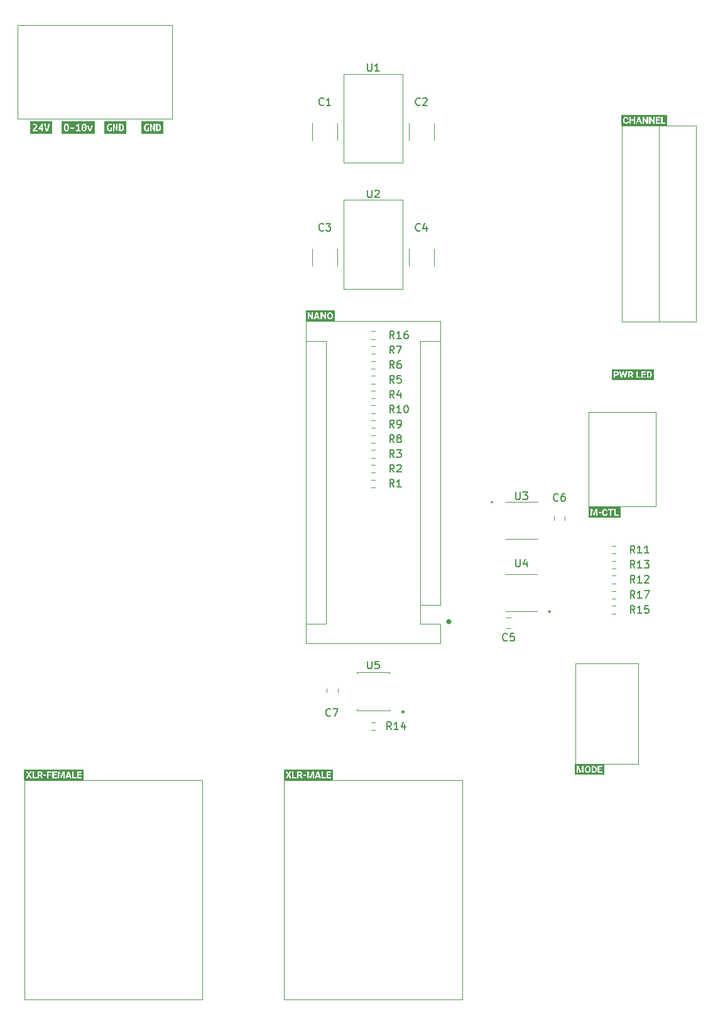
<source format=gbr>
%TF.GenerationSoftware,KiCad,Pcbnew,(6.0.4-0)*%
%TF.CreationDate,2023-05-19T08:53:28+01:00*%
%TF.ProjectId,fan-controller-pcb,66616e2d-636f-46e7-9472-6f6c6c65722d,rev?*%
%TF.SameCoordinates,Original*%
%TF.FileFunction,Legend,Top*%
%TF.FilePolarity,Positive*%
%FSLAX46Y46*%
G04 Gerber Fmt 4.6, Leading zero omitted, Abs format (unit mm)*
G04 Created by KiCad (PCBNEW (6.0.4-0)) date 2023-05-19 08:53:28*
%MOMM*%
%LPD*%
G01*
G04 APERTURE LIST*
%ADD10C,0.370156*%
%ADD11C,0.150000*%
%ADD12C,0.120000*%
%ADD13C,0.100000*%
%ADD14C,0.180000*%
%ADD15C,0.260000*%
G04 APERTURE END LIST*
D10*
X130385078Y-106600000D02*
G75*
G03*
X130385078Y-106600000I-185078J0D01*
G01*
D11*
%TO.C,C4*%
X126333333Y-53857142D02*
X126285714Y-53904761D01*
X126142857Y-53952380D01*
X126047619Y-53952380D01*
X125904761Y-53904761D01*
X125809523Y-53809523D01*
X125761904Y-53714285D01*
X125714285Y-53523809D01*
X125714285Y-53380952D01*
X125761904Y-53190476D01*
X125809523Y-53095238D01*
X125904761Y-53000000D01*
X126047619Y-52952380D01*
X126142857Y-52952380D01*
X126285714Y-53000000D01*
X126333333Y-53047619D01*
X127190476Y-53285714D02*
X127190476Y-53952380D01*
X126952380Y-52904761D02*
X126714285Y-53619047D01*
X127333333Y-53619047D01*
%TO.C,R4*%
X122833333Y-76452380D02*
X122500000Y-75976190D01*
X122261904Y-76452380D02*
X122261904Y-75452380D01*
X122642857Y-75452380D01*
X122738095Y-75500000D01*
X122785714Y-75547619D01*
X122833333Y-75642857D01*
X122833333Y-75785714D01*
X122785714Y-75880952D01*
X122738095Y-75928571D01*
X122642857Y-75976190D01*
X122261904Y-75976190D01*
X123690476Y-75785714D02*
X123690476Y-76452380D01*
X123452380Y-75404761D02*
X123214285Y-76119047D01*
X123833333Y-76119047D01*
%TO.C,C1*%
X113333333Y-36932142D02*
X113285714Y-36979761D01*
X113142857Y-37027380D01*
X113047619Y-37027380D01*
X112904761Y-36979761D01*
X112809523Y-36884523D01*
X112761904Y-36789285D01*
X112714285Y-36598809D01*
X112714285Y-36455952D01*
X112761904Y-36265476D01*
X112809523Y-36170238D01*
X112904761Y-36075000D01*
X113047619Y-36027380D01*
X113142857Y-36027380D01*
X113285714Y-36075000D01*
X113333333Y-36122619D01*
X114285714Y-37027380D02*
X113714285Y-37027380D01*
X114000000Y-37027380D02*
X114000000Y-36027380D01*
X113904761Y-36170238D01*
X113809523Y-36265476D01*
X113714285Y-36313095D01*
%TO.C,R2*%
X122833333Y-86452380D02*
X122500000Y-85976190D01*
X122261904Y-86452380D02*
X122261904Y-85452380D01*
X122642857Y-85452380D01*
X122738095Y-85500000D01*
X122785714Y-85547619D01*
X122833333Y-85642857D01*
X122833333Y-85785714D01*
X122785714Y-85880952D01*
X122738095Y-85928571D01*
X122642857Y-85976190D01*
X122261904Y-85976190D01*
X123214285Y-85547619D02*
X123261904Y-85500000D01*
X123357142Y-85452380D01*
X123595238Y-85452380D01*
X123690476Y-85500000D01*
X123738095Y-85547619D01*
X123785714Y-85642857D01*
X123785714Y-85738095D01*
X123738095Y-85880952D01*
X123166666Y-86452380D01*
X123785714Y-86452380D01*
%TO.C,R17*%
X155262142Y-103452380D02*
X154928809Y-102976190D01*
X154690714Y-103452380D02*
X154690714Y-102452380D01*
X155071666Y-102452380D01*
X155166904Y-102500000D01*
X155214523Y-102547619D01*
X155262142Y-102642857D01*
X155262142Y-102785714D01*
X155214523Y-102880952D01*
X155166904Y-102928571D01*
X155071666Y-102976190D01*
X154690714Y-102976190D01*
X156214523Y-103452380D02*
X155643095Y-103452380D01*
X155928809Y-103452380D02*
X155928809Y-102452380D01*
X155833571Y-102595238D01*
X155738333Y-102690476D01*
X155643095Y-102738095D01*
X156547857Y-102452380D02*
X157214523Y-102452380D01*
X156785952Y-103452380D01*
%TO.C,U1*%
X119238095Y-31402380D02*
X119238095Y-32211904D01*
X119285714Y-32307142D01*
X119333333Y-32354761D01*
X119428571Y-32402380D01*
X119619047Y-32402380D01*
X119714285Y-32354761D01*
X119761904Y-32307142D01*
X119809523Y-32211904D01*
X119809523Y-31402380D01*
X120809523Y-32402380D02*
X120238095Y-32402380D01*
X120523809Y-32402380D02*
X120523809Y-31402380D01*
X120428571Y-31545238D01*
X120333333Y-31640476D01*
X120238095Y-31688095D01*
%TO.C,R11*%
X155262142Y-97377380D02*
X154928809Y-96901190D01*
X154690714Y-97377380D02*
X154690714Y-96377380D01*
X155071666Y-96377380D01*
X155166904Y-96425000D01*
X155214523Y-96472619D01*
X155262142Y-96567857D01*
X155262142Y-96710714D01*
X155214523Y-96805952D01*
X155166904Y-96853571D01*
X155071666Y-96901190D01*
X154690714Y-96901190D01*
X156214523Y-97377380D02*
X155643095Y-97377380D01*
X155928809Y-97377380D02*
X155928809Y-96377380D01*
X155833571Y-96520238D01*
X155738333Y-96615476D01*
X155643095Y-96663095D01*
X157166904Y-97377380D02*
X156595476Y-97377380D01*
X156881190Y-97377380D02*
X156881190Y-96377380D01*
X156785952Y-96520238D01*
X156690714Y-96615476D01*
X156595476Y-96663095D01*
%TO.C,C3*%
X113333333Y-53857142D02*
X113285714Y-53904761D01*
X113142857Y-53952380D01*
X113047619Y-53952380D01*
X112904761Y-53904761D01*
X112809523Y-53809523D01*
X112761904Y-53714285D01*
X112714285Y-53523809D01*
X112714285Y-53380952D01*
X112761904Y-53190476D01*
X112809523Y-53095238D01*
X112904761Y-53000000D01*
X113047619Y-52952380D01*
X113142857Y-52952380D01*
X113285714Y-53000000D01*
X113333333Y-53047619D01*
X113666666Y-52952380D02*
X114285714Y-52952380D01*
X113952380Y-53333333D01*
X114095238Y-53333333D01*
X114190476Y-53380952D01*
X114238095Y-53428571D01*
X114285714Y-53523809D01*
X114285714Y-53761904D01*
X114238095Y-53857142D01*
X114190476Y-53904761D01*
X114095238Y-53952380D01*
X113809523Y-53952380D01*
X113714285Y-53904761D01*
X113666666Y-53857142D01*
%TO.C,R3*%
X122833333Y-84452380D02*
X122500000Y-83976190D01*
X122261904Y-84452380D02*
X122261904Y-83452380D01*
X122642857Y-83452380D01*
X122738095Y-83500000D01*
X122785714Y-83547619D01*
X122833333Y-83642857D01*
X122833333Y-83785714D01*
X122785714Y-83880952D01*
X122738095Y-83928571D01*
X122642857Y-83976190D01*
X122261904Y-83976190D01*
X123166666Y-83452380D02*
X123785714Y-83452380D01*
X123452380Y-83833333D01*
X123595238Y-83833333D01*
X123690476Y-83880952D01*
X123738095Y-83928571D01*
X123785714Y-84023809D01*
X123785714Y-84261904D01*
X123738095Y-84357142D01*
X123690476Y-84404761D01*
X123595238Y-84452380D01*
X123309523Y-84452380D01*
X123214285Y-84404761D01*
X123166666Y-84357142D01*
%TO.C,R5*%
X122833333Y-74452380D02*
X122500000Y-73976190D01*
X122261904Y-74452380D02*
X122261904Y-73452380D01*
X122642857Y-73452380D01*
X122738095Y-73500000D01*
X122785714Y-73547619D01*
X122833333Y-73642857D01*
X122833333Y-73785714D01*
X122785714Y-73880952D01*
X122738095Y-73928571D01*
X122642857Y-73976190D01*
X122261904Y-73976190D01*
X123738095Y-73452380D02*
X123261904Y-73452380D01*
X123214285Y-73928571D01*
X123261904Y-73880952D01*
X123357142Y-73833333D01*
X123595238Y-73833333D01*
X123690476Y-73880952D01*
X123738095Y-73928571D01*
X123785714Y-74023809D01*
X123785714Y-74261904D01*
X123738095Y-74357142D01*
X123690476Y-74404761D01*
X123595238Y-74452380D01*
X123357142Y-74452380D01*
X123261904Y-74404761D01*
X123214285Y-74357142D01*
%TO.C,R8*%
X122833333Y-82452380D02*
X122500000Y-81976190D01*
X122261904Y-82452380D02*
X122261904Y-81452380D01*
X122642857Y-81452380D01*
X122738095Y-81500000D01*
X122785714Y-81547619D01*
X122833333Y-81642857D01*
X122833333Y-81785714D01*
X122785714Y-81880952D01*
X122738095Y-81928571D01*
X122642857Y-81976190D01*
X122261904Y-81976190D01*
X123404761Y-81880952D02*
X123309523Y-81833333D01*
X123261904Y-81785714D01*
X123214285Y-81690476D01*
X123214285Y-81642857D01*
X123261904Y-81547619D01*
X123309523Y-81500000D01*
X123404761Y-81452380D01*
X123595238Y-81452380D01*
X123690476Y-81500000D01*
X123738095Y-81547619D01*
X123785714Y-81642857D01*
X123785714Y-81690476D01*
X123738095Y-81785714D01*
X123690476Y-81833333D01*
X123595238Y-81880952D01*
X123404761Y-81880952D01*
X123309523Y-81928571D01*
X123261904Y-81976190D01*
X123214285Y-82071428D01*
X123214285Y-82261904D01*
X123261904Y-82357142D01*
X123309523Y-82404761D01*
X123404761Y-82452380D01*
X123595238Y-82452380D01*
X123690476Y-82404761D01*
X123738095Y-82357142D01*
X123785714Y-82261904D01*
X123785714Y-82071428D01*
X123738095Y-81976190D01*
X123690476Y-81928571D01*
X123595238Y-81880952D01*
%TO.C,U4*%
X139238095Y-98202380D02*
X139238095Y-99011904D01*
X139285714Y-99107142D01*
X139333333Y-99154761D01*
X139428571Y-99202380D01*
X139619047Y-99202380D01*
X139714285Y-99154761D01*
X139761904Y-99107142D01*
X139809523Y-99011904D01*
X139809523Y-98202380D01*
X140714285Y-98535714D02*
X140714285Y-99202380D01*
X140476190Y-98154761D02*
X140238095Y-98869047D01*
X140857142Y-98869047D01*
%TO.C,C2*%
X126333333Y-36932142D02*
X126285714Y-36979761D01*
X126142857Y-37027380D01*
X126047619Y-37027380D01*
X125904761Y-36979761D01*
X125809523Y-36884523D01*
X125761904Y-36789285D01*
X125714285Y-36598809D01*
X125714285Y-36455952D01*
X125761904Y-36265476D01*
X125809523Y-36170238D01*
X125904761Y-36075000D01*
X126047619Y-36027380D01*
X126142857Y-36027380D01*
X126285714Y-36075000D01*
X126333333Y-36122619D01*
X126714285Y-36122619D02*
X126761904Y-36075000D01*
X126857142Y-36027380D01*
X127095238Y-36027380D01*
X127190476Y-36075000D01*
X127238095Y-36122619D01*
X127285714Y-36217857D01*
X127285714Y-36313095D01*
X127238095Y-36455952D01*
X126666666Y-37027380D01*
X127285714Y-37027380D01*
%TO.C,R15*%
X155262142Y-105452380D02*
X154928809Y-104976190D01*
X154690714Y-105452380D02*
X154690714Y-104452380D01*
X155071666Y-104452380D01*
X155166904Y-104500000D01*
X155214523Y-104547619D01*
X155262142Y-104642857D01*
X155262142Y-104785714D01*
X155214523Y-104880952D01*
X155166904Y-104928571D01*
X155071666Y-104976190D01*
X154690714Y-104976190D01*
X156214523Y-105452380D02*
X155643095Y-105452380D01*
X155928809Y-105452380D02*
X155928809Y-104452380D01*
X155833571Y-104595238D01*
X155738333Y-104690476D01*
X155643095Y-104738095D01*
X157119285Y-104452380D02*
X156643095Y-104452380D01*
X156595476Y-104928571D01*
X156643095Y-104880952D01*
X156738333Y-104833333D01*
X156976428Y-104833333D01*
X157071666Y-104880952D01*
X157119285Y-104928571D01*
X157166904Y-105023809D01*
X157166904Y-105261904D01*
X157119285Y-105357142D01*
X157071666Y-105404761D01*
X156976428Y-105452380D01*
X156738333Y-105452380D01*
X156643095Y-105404761D01*
X156595476Y-105357142D01*
%TO.C,U2*%
X119238095Y-48452380D02*
X119238095Y-49261904D01*
X119285714Y-49357142D01*
X119333333Y-49404761D01*
X119428571Y-49452380D01*
X119619047Y-49452380D01*
X119714285Y-49404761D01*
X119761904Y-49357142D01*
X119809523Y-49261904D01*
X119809523Y-48452380D01*
X120238095Y-48547619D02*
X120285714Y-48500000D01*
X120380952Y-48452380D01*
X120619047Y-48452380D01*
X120714285Y-48500000D01*
X120761904Y-48547619D01*
X120809523Y-48642857D01*
X120809523Y-48738095D01*
X120761904Y-48880952D01*
X120190476Y-49452380D01*
X120809523Y-49452380D01*
%TO.C,C5*%
X138083333Y-109107142D02*
X138035714Y-109154761D01*
X137892857Y-109202380D01*
X137797619Y-109202380D01*
X137654761Y-109154761D01*
X137559523Y-109059523D01*
X137511904Y-108964285D01*
X137464285Y-108773809D01*
X137464285Y-108630952D01*
X137511904Y-108440476D01*
X137559523Y-108345238D01*
X137654761Y-108250000D01*
X137797619Y-108202380D01*
X137892857Y-108202380D01*
X138035714Y-108250000D01*
X138083333Y-108297619D01*
X138988095Y-108202380D02*
X138511904Y-108202380D01*
X138464285Y-108678571D01*
X138511904Y-108630952D01*
X138607142Y-108583333D01*
X138845238Y-108583333D01*
X138940476Y-108630952D01*
X138988095Y-108678571D01*
X139035714Y-108773809D01*
X139035714Y-109011904D01*
X138988095Y-109107142D01*
X138940476Y-109154761D01*
X138845238Y-109202380D01*
X138607142Y-109202380D01*
X138511904Y-109154761D01*
X138464285Y-109107142D01*
%TO.C,R13*%
X155262142Y-99377380D02*
X154928809Y-98901190D01*
X154690714Y-99377380D02*
X154690714Y-98377380D01*
X155071666Y-98377380D01*
X155166904Y-98425000D01*
X155214523Y-98472619D01*
X155262142Y-98567857D01*
X155262142Y-98710714D01*
X155214523Y-98805952D01*
X155166904Y-98853571D01*
X155071666Y-98901190D01*
X154690714Y-98901190D01*
X156214523Y-99377380D02*
X155643095Y-99377380D01*
X155928809Y-99377380D02*
X155928809Y-98377380D01*
X155833571Y-98520238D01*
X155738333Y-98615476D01*
X155643095Y-98663095D01*
X156547857Y-98377380D02*
X157166904Y-98377380D01*
X156833571Y-98758333D01*
X156976428Y-98758333D01*
X157071666Y-98805952D01*
X157119285Y-98853571D01*
X157166904Y-98948809D01*
X157166904Y-99186904D01*
X157119285Y-99282142D01*
X157071666Y-99329761D01*
X156976428Y-99377380D01*
X156690714Y-99377380D01*
X156595476Y-99329761D01*
X156547857Y-99282142D01*
%TO.C,R7*%
X122833333Y-70452380D02*
X122500000Y-69976190D01*
X122261904Y-70452380D02*
X122261904Y-69452380D01*
X122642857Y-69452380D01*
X122738095Y-69500000D01*
X122785714Y-69547619D01*
X122833333Y-69642857D01*
X122833333Y-69785714D01*
X122785714Y-69880952D01*
X122738095Y-69928571D01*
X122642857Y-69976190D01*
X122261904Y-69976190D01*
X123166666Y-69452380D02*
X123833333Y-69452380D01*
X123404761Y-70452380D01*
%TO.C,R16*%
X122837142Y-68452380D02*
X122503809Y-67976190D01*
X122265714Y-68452380D02*
X122265714Y-67452380D01*
X122646666Y-67452380D01*
X122741904Y-67500000D01*
X122789523Y-67547619D01*
X122837142Y-67642857D01*
X122837142Y-67785714D01*
X122789523Y-67880952D01*
X122741904Y-67928571D01*
X122646666Y-67976190D01*
X122265714Y-67976190D01*
X123789523Y-68452380D02*
X123218095Y-68452380D01*
X123503809Y-68452380D02*
X123503809Y-67452380D01*
X123408571Y-67595238D01*
X123313333Y-67690476D01*
X123218095Y-67738095D01*
X124646666Y-67452380D02*
X124456190Y-67452380D01*
X124360952Y-67500000D01*
X124313333Y-67547619D01*
X124218095Y-67690476D01*
X124170476Y-67880952D01*
X124170476Y-68261904D01*
X124218095Y-68357142D01*
X124265714Y-68404761D01*
X124360952Y-68452380D01*
X124551428Y-68452380D01*
X124646666Y-68404761D01*
X124694285Y-68357142D01*
X124741904Y-68261904D01*
X124741904Y-68023809D01*
X124694285Y-67928571D01*
X124646666Y-67880952D01*
X124551428Y-67833333D01*
X124360952Y-67833333D01*
X124265714Y-67880952D01*
X124218095Y-67928571D01*
X124170476Y-68023809D01*
%TO.C,C7*%
X114233333Y-119257142D02*
X114185714Y-119304761D01*
X114042857Y-119352380D01*
X113947619Y-119352380D01*
X113804761Y-119304761D01*
X113709523Y-119209523D01*
X113661904Y-119114285D01*
X113614285Y-118923809D01*
X113614285Y-118780952D01*
X113661904Y-118590476D01*
X113709523Y-118495238D01*
X113804761Y-118400000D01*
X113947619Y-118352380D01*
X114042857Y-118352380D01*
X114185714Y-118400000D01*
X114233333Y-118447619D01*
X114566666Y-118352380D02*
X115233333Y-118352380D01*
X114804761Y-119352380D01*
%TO.C,U3*%
X139238095Y-89152380D02*
X139238095Y-89961904D01*
X139285714Y-90057142D01*
X139333333Y-90104761D01*
X139428571Y-90152380D01*
X139619047Y-90152380D01*
X139714285Y-90104761D01*
X139761904Y-90057142D01*
X139809523Y-89961904D01*
X139809523Y-89152380D01*
X140190476Y-89152380D02*
X140809523Y-89152380D01*
X140476190Y-89533333D01*
X140619047Y-89533333D01*
X140714285Y-89580952D01*
X140761904Y-89628571D01*
X140809523Y-89723809D01*
X140809523Y-89961904D01*
X140761904Y-90057142D01*
X140714285Y-90104761D01*
X140619047Y-90152380D01*
X140333333Y-90152380D01*
X140238095Y-90104761D01*
X140190476Y-90057142D01*
%TO.C,C6*%
X144933333Y-90257142D02*
X144885714Y-90304761D01*
X144742857Y-90352380D01*
X144647619Y-90352380D01*
X144504761Y-90304761D01*
X144409523Y-90209523D01*
X144361904Y-90114285D01*
X144314285Y-89923809D01*
X144314285Y-89780952D01*
X144361904Y-89590476D01*
X144409523Y-89495238D01*
X144504761Y-89400000D01*
X144647619Y-89352380D01*
X144742857Y-89352380D01*
X144885714Y-89400000D01*
X144933333Y-89447619D01*
X145790476Y-89352380D02*
X145600000Y-89352380D01*
X145504761Y-89400000D01*
X145457142Y-89447619D01*
X145361904Y-89590476D01*
X145314285Y-89780952D01*
X145314285Y-90161904D01*
X145361904Y-90257142D01*
X145409523Y-90304761D01*
X145504761Y-90352380D01*
X145695238Y-90352380D01*
X145790476Y-90304761D01*
X145838095Y-90257142D01*
X145885714Y-90161904D01*
X145885714Y-89923809D01*
X145838095Y-89828571D01*
X145790476Y-89780952D01*
X145695238Y-89733333D01*
X145504761Y-89733333D01*
X145409523Y-89780952D01*
X145361904Y-89828571D01*
X145314285Y-89923809D01*
%TO.C,R6*%
X122833333Y-72452380D02*
X122500000Y-71976190D01*
X122261904Y-72452380D02*
X122261904Y-71452380D01*
X122642857Y-71452380D01*
X122738095Y-71500000D01*
X122785714Y-71547619D01*
X122833333Y-71642857D01*
X122833333Y-71785714D01*
X122785714Y-71880952D01*
X122738095Y-71928571D01*
X122642857Y-71976190D01*
X122261904Y-71976190D01*
X123690476Y-71452380D02*
X123500000Y-71452380D01*
X123404761Y-71500000D01*
X123357142Y-71547619D01*
X123261904Y-71690476D01*
X123214285Y-71880952D01*
X123214285Y-72261904D01*
X123261904Y-72357142D01*
X123309523Y-72404761D01*
X123404761Y-72452380D01*
X123595238Y-72452380D01*
X123690476Y-72404761D01*
X123738095Y-72357142D01*
X123785714Y-72261904D01*
X123785714Y-72023809D01*
X123738095Y-71928571D01*
X123690476Y-71880952D01*
X123595238Y-71833333D01*
X123404761Y-71833333D01*
X123309523Y-71880952D01*
X123261904Y-71928571D01*
X123214285Y-72023809D01*
%TO.C,R10*%
X122837142Y-78452380D02*
X122503809Y-77976190D01*
X122265714Y-78452380D02*
X122265714Y-77452380D01*
X122646666Y-77452380D01*
X122741904Y-77500000D01*
X122789523Y-77547619D01*
X122837142Y-77642857D01*
X122837142Y-77785714D01*
X122789523Y-77880952D01*
X122741904Y-77928571D01*
X122646666Y-77976190D01*
X122265714Y-77976190D01*
X123789523Y-78452380D02*
X123218095Y-78452380D01*
X123503809Y-78452380D02*
X123503809Y-77452380D01*
X123408571Y-77595238D01*
X123313333Y-77690476D01*
X123218095Y-77738095D01*
X124408571Y-77452380D02*
X124503809Y-77452380D01*
X124599047Y-77500000D01*
X124646666Y-77547619D01*
X124694285Y-77642857D01*
X124741904Y-77833333D01*
X124741904Y-78071428D01*
X124694285Y-78261904D01*
X124646666Y-78357142D01*
X124599047Y-78404761D01*
X124503809Y-78452380D01*
X124408571Y-78452380D01*
X124313333Y-78404761D01*
X124265714Y-78357142D01*
X124218095Y-78261904D01*
X124170476Y-78071428D01*
X124170476Y-77833333D01*
X124218095Y-77642857D01*
X124265714Y-77547619D01*
X124313333Y-77500000D01*
X124408571Y-77452380D01*
%TO.C,R12*%
X155262142Y-101377380D02*
X154928809Y-100901190D01*
X154690714Y-101377380D02*
X154690714Y-100377380D01*
X155071666Y-100377380D01*
X155166904Y-100425000D01*
X155214523Y-100472619D01*
X155262142Y-100567857D01*
X155262142Y-100710714D01*
X155214523Y-100805952D01*
X155166904Y-100853571D01*
X155071666Y-100901190D01*
X154690714Y-100901190D01*
X156214523Y-101377380D02*
X155643095Y-101377380D01*
X155928809Y-101377380D02*
X155928809Y-100377380D01*
X155833571Y-100520238D01*
X155738333Y-100615476D01*
X155643095Y-100663095D01*
X156595476Y-100472619D02*
X156643095Y-100425000D01*
X156738333Y-100377380D01*
X156976428Y-100377380D01*
X157071666Y-100425000D01*
X157119285Y-100472619D01*
X157166904Y-100567857D01*
X157166904Y-100663095D01*
X157119285Y-100805952D01*
X156547857Y-101377380D01*
X157166904Y-101377380D01*
%TO.C,U5*%
X119238095Y-111952380D02*
X119238095Y-112761904D01*
X119285714Y-112857142D01*
X119333333Y-112904761D01*
X119428571Y-112952380D01*
X119619047Y-112952380D01*
X119714285Y-112904761D01*
X119761904Y-112857142D01*
X119809523Y-112761904D01*
X119809523Y-111952380D01*
X120761904Y-111952380D02*
X120285714Y-111952380D01*
X120238095Y-112428571D01*
X120285714Y-112380952D01*
X120380952Y-112333333D01*
X120619047Y-112333333D01*
X120714285Y-112380952D01*
X120761904Y-112428571D01*
X120809523Y-112523809D01*
X120809523Y-112761904D01*
X120761904Y-112857142D01*
X120714285Y-112904761D01*
X120619047Y-112952380D01*
X120380952Y-112952380D01*
X120285714Y-112904761D01*
X120238095Y-112857142D01*
%TO.C,R9*%
X122833333Y-80452380D02*
X122500000Y-79976190D01*
X122261904Y-80452380D02*
X122261904Y-79452380D01*
X122642857Y-79452380D01*
X122738095Y-79500000D01*
X122785714Y-79547619D01*
X122833333Y-79642857D01*
X122833333Y-79785714D01*
X122785714Y-79880952D01*
X122738095Y-79928571D01*
X122642857Y-79976190D01*
X122261904Y-79976190D01*
X123309523Y-80452380D02*
X123500000Y-80452380D01*
X123595238Y-80404761D01*
X123642857Y-80357142D01*
X123738095Y-80214285D01*
X123785714Y-80023809D01*
X123785714Y-79642857D01*
X123738095Y-79547619D01*
X123690476Y-79500000D01*
X123595238Y-79452380D01*
X123404761Y-79452380D01*
X123309523Y-79500000D01*
X123261904Y-79547619D01*
X123214285Y-79642857D01*
X123214285Y-79880952D01*
X123261904Y-79976190D01*
X123309523Y-80023809D01*
X123404761Y-80071428D01*
X123595238Y-80071428D01*
X123690476Y-80023809D01*
X123738095Y-79976190D01*
X123785714Y-79880952D01*
%TO.C,R1*%
X122833333Y-88452380D02*
X122500000Y-87976190D01*
X122261904Y-88452380D02*
X122261904Y-87452380D01*
X122642857Y-87452380D01*
X122738095Y-87500000D01*
X122785714Y-87547619D01*
X122833333Y-87642857D01*
X122833333Y-87785714D01*
X122785714Y-87880952D01*
X122738095Y-87928571D01*
X122642857Y-87976190D01*
X122261904Y-87976190D01*
X123785714Y-88452380D02*
X123214285Y-88452380D01*
X123500000Y-88452380D02*
X123500000Y-87452380D01*
X123404761Y-87595238D01*
X123309523Y-87690476D01*
X123214285Y-87738095D01*
%TO.C,R14*%
X122457142Y-121152380D02*
X122123809Y-120676190D01*
X121885714Y-121152380D02*
X121885714Y-120152380D01*
X122266666Y-120152380D01*
X122361904Y-120200000D01*
X122409523Y-120247619D01*
X122457142Y-120342857D01*
X122457142Y-120485714D01*
X122409523Y-120580952D01*
X122361904Y-120628571D01*
X122266666Y-120676190D01*
X121885714Y-120676190D01*
X123409523Y-121152380D02*
X122838095Y-121152380D01*
X123123809Y-121152380D02*
X123123809Y-120152380D01*
X123028571Y-120295238D01*
X122933333Y-120390476D01*
X122838095Y-120438095D01*
X124266666Y-120485714D02*
X124266666Y-121152380D01*
X124028571Y-120104761D02*
X123790476Y-120819047D01*
X124409523Y-120819047D01*
D12*
%TO.C,C4*%
X124790000Y-58661252D02*
X124790000Y-56338748D01*
X128210000Y-58661252D02*
X128210000Y-56338748D01*
%TO.C,R4*%
X119762742Y-76522500D02*
X120237258Y-76522500D01*
X119762742Y-75477500D02*
X120237258Y-75477500D01*
%TO.C,C1*%
X115210000Y-41736252D02*
X115210000Y-39413748D01*
X111790000Y-41736252D02*
X111790000Y-39413748D01*
D13*
%TO.C,J2*%
X108000000Y-128000000D02*
X108000000Y-131000000D01*
X132000000Y-157500000D02*
X132000000Y-128000000D01*
X132000000Y-128000000D02*
X108000000Y-128000000D01*
X108000000Y-157500000D02*
X108000000Y-131000000D01*
X132000000Y-157500000D02*
X108000000Y-157500000D01*
%TO.C,kibuzzard-640DCC82*%
G36*
X114268713Y-65083390D02*
G01*
X114330415Y-65138735D01*
X114358665Y-65195511D01*
X114375615Y-65267444D01*
X114381265Y-65354536D01*
X114381265Y-65398564D01*
X114375339Y-65484933D01*
X114358389Y-65556350D01*
X114330415Y-65612815D01*
X114269333Y-65667928D01*
X114186548Y-65686299D01*
X114102212Y-65667230D01*
X114040200Y-65610024D01*
X114011950Y-65552285D01*
X113995001Y-65480764D01*
X113989351Y-65395464D01*
X113989351Y-65351436D01*
X113995345Y-65265136D01*
X114012502Y-65193926D01*
X114040820Y-65137805D01*
X114102367Y-65083157D01*
X114185308Y-65064941D01*
X114268713Y-65083390D01*
G37*
G36*
X110915636Y-64646569D02*
G01*
X114834364Y-64646569D01*
X114834364Y-66103431D01*
X110915636Y-66103431D01*
X110915636Y-65826445D01*
X111180220Y-65826445D01*
X111366255Y-65826445D01*
X111366255Y-65232373D01*
X111728403Y-65826445D01*
X111914438Y-65826445D01*
X112000635Y-65826445D01*
X112198452Y-65826445D01*
X112260464Y-65640410D01*
X112586646Y-65640410D01*
X112649277Y-65826445D01*
X112847095Y-65826445D01*
X112931431Y-65826445D01*
X113117466Y-65826445D01*
X113117466Y-65232373D01*
X113479614Y-65826445D01*
X113665649Y-65826445D01*
X113665649Y-65400425D01*
X113800835Y-65400425D01*
X113806554Y-65483899D01*
X113822884Y-65560691D01*
X113849824Y-65630798D01*
X113886480Y-65692431D01*
X113931955Y-65743797D01*
X113986250Y-65784897D01*
X114047642Y-65814870D01*
X114114408Y-65832853D01*
X114186548Y-65838848D01*
X114259343Y-65832784D01*
X114326419Y-65814594D01*
X114387776Y-65784277D01*
X114441761Y-65742798D01*
X114486719Y-65691122D01*
X114522651Y-65629248D01*
X114548834Y-65558624D01*
X114564544Y-65480696D01*
X114569780Y-65395464D01*
X114569780Y-65355156D01*
X114564440Y-65270166D01*
X114548421Y-65192134D01*
X114521721Y-65121062D01*
X114485272Y-65058706D01*
X114440004Y-65006823D01*
X114385916Y-64965413D01*
X114324627Y-64935268D01*
X114257758Y-64917181D01*
X114185308Y-64911152D01*
X114112857Y-64917181D01*
X114045988Y-64935268D01*
X113984700Y-64965413D01*
X113930612Y-65006823D01*
X113885343Y-65058706D01*
X113848894Y-65121062D01*
X113822195Y-65192203D01*
X113806175Y-65270441D01*
X113800835Y-65355776D01*
X113800835Y-65400425D01*
X113665649Y-65400425D01*
X113665649Y-64923555D01*
X113480234Y-64923555D01*
X113480234Y-65518867D01*
X113117466Y-64923555D01*
X112931431Y-64923555D01*
X112931431Y-65826445D01*
X112847095Y-65826445D01*
X112509131Y-64923555D01*
X112336738Y-64923555D01*
X112000635Y-65826445D01*
X111914438Y-65826445D01*
X111914438Y-64923555D01*
X111729023Y-64923555D01*
X111729023Y-65518867D01*
X111366255Y-64923555D01*
X111180220Y-64923555D01*
X111180220Y-65826445D01*
X110915636Y-65826445D01*
X110915636Y-64646569D01*
G37*
G36*
X112536416Y-65489722D02*
G01*
X112310693Y-65489722D01*
X112422935Y-65151758D01*
X112536416Y-65489722D01*
G37*
D12*
%TO.C,R2*%
X119762742Y-85477500D02*
X120237258Y-85477500D01*
X119762742Y-86522500D02*
X120237258Y-86522500D01*
%TO.C,SW1*%
X147250000Y-125750000D02*
X147250000Y-119000000D01*
X155750000Y-112250000D02*
X155750000Y-125750000D01*
X155750000Y-112250000D02*
X147250000Y-112250000D01*
X155750000Y-125750000D02*
X147250000Y-125750000D01*
X147250000Y-112250000D02*
X147250000Y-119000000D01*
%TO.C,R17*%
X152187742Y-102477500D02*
X152662258Y-102477500D01*
X152187742Y-103522500D02*
X152662258Y-103522500D01*
%TO.C,kibuzzard-640DCC52*%
G36*
X154756216Y-73008390D02*
G01*
X154802183Y-73035830D01*
X154829390Y-73079238D01*
X154838459Y-73136289D01*
X154828848Y-73192177D01*
X154800012Y-73234578D01*
X154753658Y-73261320D01*
X154691492Y-73270234D01*
X154541423Y-73270234D01*
X154541423Y-72999243D01*
X154690872Y-72999243D01*
X154756216Y-73008390D01*
G37*
G36*
X157258622Y-73016994D02*
G01*
X157328850Y-73070247D01*
X157360545Y-73124989D01*
X157379562Y-73194546D01*
X157385901Y-73278916D01*
X157385901Y-73326665D01*
X157378804Y-73408314D01*
X157359167Y-73476320D01*
X157326990Y-73530684D01*
X157256451Y-73584169D01*
X157160178Y-73601997D01*
X157070261Y-73601997D01*
X157070261Y-72999243D01*
X157162039Y-72999243D01*
X157258622Y-73016994D01*
G37*
G36*
X152161000Y-72583971D02*
G01*
X157839000Y-72583971D01*
X157839000Y-74016029D01*
X152161000Y-74016029D01*
X152161000Y-73751445D01*
X152425583Y-73751445D01*
X152611619Y-73751445D01*
X152611619Y-73433325D01*
X152774709Y-73433325D01*
X152874032Y-73424816D01*
X152957851Y-73399288D01*
X153026167Y-73356741D01*
X153076638Y-73299449D01*
X153106920Y-73229686D01*
X153117014Y-73147451D01*
X153106627Y-73064743D01*
X153075466Y-72991492D01*
X153025004Y-72930798D01*
X152956714Y-72885762D01*
X152873386Y-72857856D01*
X152777810Y-72848555D01*
X153185847Y-72848555D01*
X153386145Y-73751445D01*
X153573420Y-73751445D01*
X153720388Y-73147451D01*
X153867356Y-73751445D01*
X154054631Y-73751445D01*
X154355388Y-73751445D01*
X154541423Y-73751445D01*
X154541423Y-73420923D01*
X154689631Y-73420923D01*
X154858923Y-73751445D01*
X155058601Y-73751445D01*
X155482141Y-73751445D01*
X156063191Y-73751445D01*
X156169851Y-73751445D01*
X156775085Y-73751445D01*
X156884226Y-73751445D01*
X157163899Y-73751445D01*
X157240173Y-73745106D01*
X157311073Y-73726916D01*
X157376599Y-73696875D01*
X157434718Y-73656016D01*
X157483397Y-73605373D01*
X157522637Y-73544946D01*
X157551403Y-73476527D01*
X157568663Y-73401906D01*
X157574417Y-73321084D01*
X157574417Y-73279536D01*
X157568560Y-73198611D01*
X157550990Y-73123680D01*
X157521707Y-73054744D01*
X157481985Y-72993834D01*
X157433099Y-72942985D01*
X157375049Y-72902195D01*
X157309626Y-72872395D01*
X157238623Y-72854515D01*
X157162039Y-72848555D01*
X156884226Y-72848555D01*
X156884226Y-73751445D01*
X156775085Y-73751445D01*
X156775085Y-73601997D01*
X156355886Y-73601997D01*
X156355886Y-73360151D01*
X156713074Y-73360151D01*
X156713074Y-73214424D01*
X156355886Y-73214424D01*
X156355886Y-72999243D01*
X156773845Y-72999243D01*
X156773845Y-72848555D01*
X156169851Y-72848555D01*
X156169851Y-73751445D01*
X156063191Y-73751445D01*
X156063191Y-73601997D01*
X155668176Y-73601997D01*
X155668176Y-72848555D01*
X155482141Y-72848555D01*
X155482141Y-73751445D01*
X155058601Y-73751445D01*
X155058601Y-73742764D01*
X154863264Y-73373794D01*
X154934190Y-73330928D01*
X154984497Y-73275505D01*
X155014495Y-73206130D01*
X155024495Y-73121406D01*
X155014848Y-73041136D01*
X154985910Y-72973956D01*
X154937678Y-72919868D01*
X154871670Y-72880250D01*
X154789401Y-72856478D01*
X154690872Y-72848555D01*
X154355388Y-72848555D01*
X154355388Y-73751445D01*
X154054631Y-73751445D01*
X154254929Y-72848555D01*
X154069514Y-72848555D01*
X153947971Y-73490996D01*
X153799763Y-72848555D01*
X153642253Y-72848555D01*
X153493425Y-73489756D01*
X153371262Y-72848555D01*
X153185847Y-72848555D01*
X152777810Y-72848555D01*
X152425583Y-72848555D01*
X152425583Y-73751445D01*
X152161000Y-73751445D01*
X152161000Y-72583971D01*
G37*
G36*
X152843542Y-73010405D02*
G01*
X152890051Y-73041411D01*
X152919352Y-73088695D01*
X152929119Y-73148691D01*
X152919429Y-73205742D01*
X152890361Y-73247910D01*
X152842845Y-73273955D01*
X152777810Y-73282637D01*
X152611619Y-73282637D01*
X152611619Y-72999243D01*
X152782151Y-72999243D01*
X152843542Y-73010405D01*
G37*
%TO.C,U1*%
X124000000Y-32800000D02*
X124000000Y-44800000D01*
X116000000Y-32800000D02*
X116000000Y-33550000D01*
X124000000Y-32800000D02*
X116000000Y-32800000D01*
X124000000Y-44800000D02*
X116000000Y-44800000D01*
X116000000Y-33550000D02*
X116000000Y-44800000D01*
%TO.C,kibuzzard-640DCC68*%
G36*
X112649180Y-127374722D02*
G01*
X112423457Y-127374722D01*
X112535698Y-127036758D01*
X112649180Y-127374722D01*
G37*
G36*
X107948278Y-126543971D02*
G01*
X114601722Y-126543971D01*
X114601722Y-127976029D01*
X107948278Y-127976029D01*
X107948278Y-127711445D01*
X108212861Y-127711445D01*
X108429282Y-127711445D01*
X108602915Y-127395186D01*
X108776548Y-127711445D01*
X108992969Y-127711445D01*
X109086606Y-127711445D01*
X109667656Y-127711445D01*
X109774316Y-127711445D01*
X109960352Y-127711445D01*
X109960352Y-127380923D01*
X110108560Y-127380923D01*
X110277852Y-127711445D01*
X110477529Y-127711445D01*
X111077183Y-127711445D01*
X111263218Y-127711445D01*
X111263218Y-127464639D01*
X111244614Y-127039238D01*
X111487700Y-127711445D01*
X111615444Y-127711445D01*
X111859150Y-127038618D01*
X111840547Y-127464639D01*
X111840547Y-127711445D01*
X112027202Y-127711445D01*
X112113398Y-127711445D01*
X112311216Y-127711445D01*
X112373228Y-127525410D01*
X112699409Y-127525410D01*
X112762041Y-127711445D01*
X112959858Y-127711445D01*
X113044194Y-127711445D01*
X113625244Y-127711445D01*
X113731904Y-127711445D01*
X114337139Y-127711445D01*
X114337139Y-127561997D01*
X113917939Y-127561997D01*
X113917939Y-127320151D01*
X114275127Y-127320151D01*
X114275127Y-127174424D01*
X113917939Y-127174424D01*
X113917939Y-126959243D01*
X114335898Y-126959243D01*
X114335898Y-126808555D01*
X113731904Y-126808555D01*
X113731904Y-127711445D01*
X113625244Y-127711445D01*
X113625244Y-127561997D01*
X113230229Y-127561997D01*
X113230229Y-126808555D01*
X113044194Y-126808555D01*
X113044194Y-127711445D01*
X112959858Y-127711445D01*
X112621895Y-126808555D01*
X112449502Y-126808555D01*
X112113398Y-127711445D01*
X112027202Y-127711445D01*
X112027202Y-126808555D01*
X111782876Y-126808555D01*
X111552192Y-127463398D01*
X111320269Y-126808555D01*
X111077183Y-126808555D01*
X111077183Y-127711445D01*
X110477529Y-127711445D01*
X110477529Y-127702764D01*
X110315678Y-127397046D01*
X110572407Y-127397046D01*
X110921533Y-127397046D01*
X110921533Y-127252559D01*
X110572407Y-127252559D01*
X110572407Y-127397046D01*
X110315678Y-127397046D01*
X110282192Y-127333794D01*
X110353118Y-127290928D01*
X110403425Y-127235505D01*
X110433423Y-127166130D01*
X110443423Y-127081406D01*
X110433777Y-127001136D01*
X110404838Y-126933956D01*
X110356606Y-126879868D01*
X110290598Y-126840250D01*
X110208330Y-126816478D01*
X110109800Y-126808555D01*
X109774316Y-126808555D01*
X109774316Y-127711445D01*
X109667656Y-127711445D01*
X109667656Y-127561997D01*
X109272642Y-127561997D01*
X109272642Y-126808555D01*
X109086606Y-126808555D01*
X109086606Y-127711445D01*
X108992969Y-127711445D01*
X108723218Y-127256279D01*
X108986147Y-126808555D01*
X108772207Y-126808555D01*
X108602915Y-127119854D01*
X108433623Y-126808555D01*
X108219683Y-126808555D01*
X108482612Y-127256279D01*
X108212861Y-127711445D01*
X107948278Y-127711445D01*
X107948278Y-126543971D01*
G37*
G36*
X110175145Y-126968390D02*
G01*
X110221111Y-126995830D01*
X110248318Y-127039238D01*
X110257388Y-127096289D01*
X110247776Y-127152177D01*
X110218940Y-127194578D01*
X110172587Y-127221320D01*
X110110420Y-127230234D01*
X109960352Y-127230234D01*
X109960352Y-126959243D01*
X110109800Y-126959243D01*
X110175145Y-126968390D01*
G37*
%TO.C,A1*%
X129020000Y-109560000D02*
X129020000Y-106890000D01*
X113650000Y-106890000D02*
X113650000Y-68790000D01*
X113650000Y-106890000D02*
X110980000Y-106890000D01*
X113650000Y-68790000D02*
X110980000Y-68790000D01*
X110980000Y-66120000D02*
X110980000Y-109560000D01*
X129020000Y-66120000D02*
X110980000Y-66120000D01*
X126350000Y-104350000D02*
X126350000Y-68790000D01*
X129020000Y-104350000D02*
X129020000Y-66120000D01*
X126350000Y-68790000D02*
X129020000Y-68790000D01*
X126350000Y-104350000D02*
X126350000Y-106890000D01*
X126350000Y-104350000D02*
X129020000Y-104350000D01*
X110980000Y-109560000D02*
X129020000Y-109560000D01*
X126350000Y-106890000D02*
X129020000Y-106890000D01*
%TO.C,R11*%
X152187742Y-96402500D02*
X152662258Y-96402500D01*
X152187742Y-97447500D02*
X152662258Y-97447500D01*
%TO.C,kibuzzard-63FA7528*%
G36*
X81037081Y-40344487D02*
G01*
X80966834Y-40322461D01*
X80914844Y-40256381D01*
X80891031Y-40188560D01*
X80876744Y-40102570D01*
X80871981Y-39998412D01*
X80872713Y-39982537D01*
X80949769Y-39982537D01*
X80973581Y-40056356D01*
X81038669Y-40087312D01*
X81101375Y-40056356D01*
X81125981Y-39982537D01*
X81101375Y-39907925D01*
X81038669Y-39876175D01*
X80973581Y-39907925D01*
X80949769Y-39982537D01*
X80872713Y-39982537D01*
X80876744Y-39895137D01*
X80891031Y-39809676D01*
X80914844Y-39742031D01*
X80966834Y-39675952D01*
X81037081Y-39653925D01*
X81108320Y-39675952D01*
X81160113Y-39742031D01*
X81183484Y-39809676D01*
X81197507Y-39895137D01*
X81202181Y-39998412D01*
X81197507Y-40102570D01*
X81183484Y-40188560D01*
X81160113Y-40256381D01*
X81108320Y-40322461D01*
X81038669Y-40343997D01*
X81037081Y-40344487D01*
G37*
G36*
X78655831Y-40344487D02*
G01*
X78585584Y-40322461D01*
X78533594Y-40256381D01*
X78509781Y-40188560D01*
X78495494Y-40102570D01*
X78490731Y-39998412D01*
X78491463Y-39982537D01*
X78568519Y-39982537D01*
X78592331Y-40056356D01*
X78657419Y-40087312D01*
X78720125Y-40056356D01*
X78744731Y-39982537D01*
X78720125Y-39907925D01*
X78657419Y-39876175D01*
X78592331Y-39907925D01*
X78568519Y-39982537D01*
X78491463Y-39982537D01*
X78495494Y-39895137D01*
X78509781Y-39809676D01*
X78533594Y-39742031D01*
X78585584Y-39675952D01*
X78655831Y-39653925D01*
X78727070Y-39675952D01*
X78778862Y-39742031D01*
X78802234Y-39809676D01*
X78816257Y-39895137D01*
X78820931Y-39998412D01*
X78816257Y-40102570D01*
X78802234Y-40188560D01*
X78778862Y-40256381D01*
X78727070Y-40322461D01*
X78657419Y-40343997D01*
X78655831Y-40344487D01*
G37*
G36*
X77983790Y-39156508D02*
G01*
X82536210Y-39156508D01*
X82536210Y-40843492D01*
X77983790Y-40843492D01*
X77983790Y-39998412D01*
X78314519Y-39998412D01*
X78319976Y-40120253D01*
X78336347Y-40225425D01*
X78363632Y-40313928D01*
X78401831Y-40385762D01*
X78468859Y-40456318D01*
X78553526Y-40498651D01*
X78655831Y-40512762D01*
X78758137Y-40498651D01*
X78842803Y-40456318D01*
X78909831Y-40385762D01*
X78948030Y-40313928D01*
X78975316Y-40225425D01*
X78982235Y-40180975D01*
X79232094Y-40180975D01*
X79667069Y-40180975D01*
X79667069Y-39988887D01*
X79232094Y-39988887D01*
X79232094Y-40180975D01*
X78982235Y-40180975D01*
X78991687Y-40120253D01*
X78997144Y-39998412D01*
X78991687Y-39877316D01*
X78975316Y-39772789D01*
X78957156Y-39714250D01*
X79922656Y-39714250D01*
X79986156Y-39876175D01*
X80082994Y-39837281D01*
X80184594Y-39780925D01*
X80184594Y-40330200D01*
X79978219Y-40330200D01*
X79978219Y-40492125D01*
X80575119Y-40492125D01*
X80575119Y-40330200D01*
X80379856Y-40330200D01*
X80379856Y-39998412D01*
X80695769Y-39998412D01*
X80701226Y-40120253D01*
X80717597Y-40225425D01*
X80744882Y-40313928D01*
X80783081Y-40385762D01*
X80850109Y-40456318D01*
X80934776Y-40498651D01*
X81037081Y-40512762D01*
X81139387Y-40498651D01*
X81224053Y-40456318D01*
X81291081Y-40385762D01*
X81329280Y-40313928D01*
X81356566Y-40225425D01*
X81372937Y-40120253D01*
X81378394Y-39998412D01*
X81372937Y-39877316D01*
X81356566Y-39772789D01*
X81348256Y-39746000D01*
X81456181Y-39746000D01*
X81489965Y-39856480D01*
X81524642Y-39962495D01*
X81560212Y-40064046D01*
X81596675Y-40161131D01*
X81645623Y-40282222D01*
X81694042Y-40392553D01*
X81741931Y-40492125D01*
X81905444Y-40492125D01*
X81954127Y-40392553D01*
X82004927Y-40282222D01*
X82057844Y-40161131D01*
X82097432Y-40064046D01*
X82135234Y-39962495D01*
X82171251Y-39856480D01*
X82205481Y-39746000D01*
X82007044Y-39746000D01*
X81990573Y-39808309D01*
X81969738Y-39874587D01*
X81946322Y-39943048D01*
X81922113Y-40011906D01*
X81897308Y-40079970D01*
X81872106Y-40146050D01*
X81826069Y-40265113D01*
X81782413Y-40146050D01*
X81759592Y-40079970D01*
X81737169Y-40011906D01*
X81715539Y-39943048D01*
X81695100Y-39874587D01*
X81676645Y-39808309D01*
X81660969Y-39746000D01*
X81456181Y-39746000D01*
X81348256Y-39746000D01*
X81329280Y-39684832D01*
X81291081Y-39613444D01*
X81224053Y-39543329D01*
X81139387Y-39501260D01*
X81037081Y-39487237D01*
X80936363Y-39501349D01*
X80852226Y-39543682D01*
X80784669Y-39614237D01*
X80745775Y-39685873D01*
X80717994Y-39773781D01*
X80701325Y-39877961D01*
X80695769Y-39998412D01*
X80379856Y-39998412D01*
X80379856Y-39509462D01*
X80246506Y-39509462D01*
X80178244Y-39571375D01*
X80094106Y-39628525D01*
X80005206Y-39677737D01*
X79922656Y-39714250D01*
X78957156Y-39714250D01*
X78948030Y-39684832D01*
X78909831Y-39613444D01*
X78842803Y-39543329D01*
X78758137Y-39501260D01*
X78655831Y-39487237D01*
X78555113Y-39501349D01*
X78470976Y-39543682D01*
X78403419Y-39614237D01*
X78364525Y-39685873D01*
X78336744Y-39773781D01*
X78320075Y-39877961D01*
X78314519Y-39998412D01*
X77983790Y-39998412D01*
X77983790Y-39156508D01*
G37*
%TO.C,C3*%
X115210000Y-58661252D02*
X115210000Y-56338748D01*
X111790000Y-58661252D02*
X111790000Y-56338748D01*
%TO.C,R3*%
X119762742Y-84522500D02*
X120237258Y-84522500D01*
X119762742Y-83477500D02*
X120237258Y-83477500D01*
%TO.C,J1*%
X72110000Y-38800000D02*
X72110000Y-33750000D01*
X72110000Y-33750000D02*
X72060000Y-26200000D01*
X72610000Y-26200000D02*
X92910000Y-26200000D01*
X72060000Y-26200000D02*
X72610000Y-26200000D01*
X92910000Y-26200000D02*
X92910000Y-38800000D01*
X92910000Y-38800000D02*
X72110000Y-38800000D01*
%TO.C,R5*%
X119762742Y-73477500D02*
X120237258Y-73477500D01*
X119762742Y-74522500D02*
X120237258Y-74522500D01*
%TO.C,R8*%
X120237258Y-81477500D02*
X119762742Y-81477500D01*
X120237258Y-82522500D02*
X119762742Y-82522500D01*
%TO.C,U4*%
X141800000Y-100250000D02*
X142100000Y-100250000D01*
X138200000Y-100250000D02*
X137900000Y-100250000D01*
X141800000Y-105250000D02*
X140000000Y-105250000D01*
X138200000Y-100250000D02*
X140000000Y-100250000D01*
X141800000Y-100250000D02*
X140000000Y-100250000D01*
X138200000Y-105250000D02*
X137900000Y-105250000D01*
X141800000Y-105250000D02*
X142100000Y-105250000D01*
X138200000Y-105250000D02*
X140000000Y-105250000D01*
D14*
X143840000Y-105250000D02*
G75*
G03*
X143840000Y-105250000I-90000J0D01*
G01*
D12*
%TO.C,C2*%
X128210000Y-41736252D02*
X128210000Y-39413748D01*
X124790000Y-41736252D02*
X124790000Y-39413748D01*
%TO.C,R15*%
X152662258Y-105522500D02*
X152187742Y-105522500D01*
X152662258Y-104477500D02*
X152187742Y-104477500D01*
%TO.C,U2*%
X124000000Y-61750000D02*
X116000000Y-61750000D01*
X116000000Y-50500000D02*
X116000000Y-61750000D01*
X124000000Y-49750000D02*
X116000000Y-49750000D01*
X124000000Y-49750000D02*
X124000000Y-61750000D01*
X116000000Y-49750000D02*
X116000000Y-50500000D01*
%TO.C,C5*%
X137988748Y-106015000D02*
X138511252Y-106015000D01*
X137988748Y-107485000D02*
X138511252Y-107485000D01*
%TO.C,R13*%
X152662258Y-99447500D02*
X152187742Y-99447500D01*
X152662258Y-98402500D02*
X152187742Y-98402500D01*
%TO.C,R7*%
X119762742Y-70522500D02*
X120237258Y-70522500D01*
X119762742Y-69477500D02*
X120237258Y-69477500D01*
%TO.C,R16*%
X120237258Y-68522500D02*
X119762742Y-68522500D01*
X120237258Y-67477500D02*
X119762742Y-67477500D01*
%TO.C,C7*%
X113765000Y-116161252D02*
X113765000Y-115638748D01*
X115235000Y-116161252D02*
X115235000Y-115638748D01*
%TO.C,U3*%
X137800000Y-95500000D02*
X142200000Y-95500000D01*
X137800000Y-90500000D02*
X142200000Y-90500000D01*
D14*
X136090000Y-90500000D02*
G75*
G03*
X136090000Y-90500000I-90000J0D01*
G01*
D12*
%TO.C,C6*%
X145835000Y-92388748D02*
X145835000Y-92911252D01*
X144365000Y-92388748D02*
X144365000Y-92911252D01*
%TO.C,kibuzzard-63FA74BB*%
G36*
X86101375Y-39695994D02*
G01*
X86166462Y-39769812D01*
X86199800Y-39876175D01*
X86209325Y-40000000D01*
X86206348Y-40070048D01*
X86197419Y-40134144D01*
X86157731Y-40239712D01*
X86084706Y-40309562D01*
X85972787Y-40334962D01*
X85955325Y-40334962D01*
X85937862Y-40333375D01*
X85937862Y-39672975D01*
X85966437Y-39669006D01*
X85995012Y-39668212D01*
X86101375Y-39695994D01*
G37*
G36*
X83781508Y-39156508D02*
G01*
X86738492Y-39156508D01*
X86738492Y-40843492D01*
X83781508Y-40843492D01*
X83781508Y-40000000D01*
X84112237Y-40000000D01*
X84119381Y-40119261D01*
X84140812Y-40223044D01*
X84175341Y-40311150D01*
X84221775Y-40383381D01*
X84279520Y-40439737D01*
X84347981Y-40480219D01*
X84426364Y-40504627D01*
X84513875Y-40512762D01*
X84610911Y-40508794D01*
X84692469Y-40496887D01*
X84710591Y-40492125D01*
X84936150Y-40492125D01*
X85112362Y-40492125D01*
X85112362Y-39839662D01*
X85171365Y-39948583D01*
X85227721Y-40057326D01*
X85281431Y-40165894D01*
X85332496Y-40274461D01*
X85380915Y-40383205D01*
X85426687Y-40492125D01*
X85583850Y-40492125D01*
X85583850Y-40481012D01*
X85742600Y-40481012D01*
X85849756Y-40499269D01*
X85952150Y-40504825D01*
X86047995Y-40497880D01*
X86135506Y-40477044D01*
X86213095Y-40441127D01*
X86279175Y-40388937D01*
X86332952Y-40319683D01*
X86373631Y-40232569D01*
X86399230Y-40126405D01*
X86407763Y-40000000D01*
X86400023Y-39876373D01*
X86376806Y-39772194D01*
X86339698Y-39686072D01*
X86290287Y-39616619D01*
X86228573Y-39563636D01*
X86154556Y-39526925D01*
X86070220Y-39505494D01*
X85977550Y-39498350D01*
X85868012Y-39503112D01*
X85742600Y-39522162D01*
X85742600Y-40481012D01*
X85583850Y-40481012D01*
X85583850Y-39509462D01*
X85407637Y-39509462D01*
X85407637Y-40114300D01*
X85379658Y-40052387D01*
X85346519Y-39980950D01*
X85309212Y-39903559D01*
X85268731Y-39823787D01*
X85226067Y-39742627D01*
X85182212Y-39661069D01*
X85137762Y-39582289D01*
X85093312Y-39509462D01*
X84936150Y-39509462D01*
X84936150Y-40492125D01*
X84710591Y-40492125D01*
X84801212Y-40468312D01*
X84801212Y-39977775D01*
X84605950Y-39977775D01*
X84605950Y-40336550D01*
X84567850Y-40341312D01*
X84529750Y-40342900D01*
X84434897Y-40322064D01*
X84366237Y-40259556D01*
X84335369Y-40193675D01*
X84316849Y-40107156D01*
X84310675Y-40000000D01*
X84314048Y-39927173D01*
X84324169Y-39861094D01*
X84368619Y-39753144D01*
X84447200Y-39682500D01*
X84564675Y-39657100D01*
X84669450Y-39674562D01*
X84755175Y-39714250D01*
X84805975Y-39558675D01*
X84773431Y-39539625D01*
X84718662Y-39515812D01*
X84640081Y-39495969D01*
X84537687Y-39487237D01*
X84451566Y-39495373D01*
X84371000Y-39519781D01*
X84298372Y-39560461D01*
X84236062Y-39617412D01*
X84184866Y-39690239D01*
X84145575Y-39778544D01*
X84120572Y-39881930D01*
X84112237Y-40000000D01*
X83781508Y-40000000D01*
X83781508Y-39156508D01*
G37*
%TO.C,kibuzzard-63FA74A1*%
G36*
X91101375Y-39695994D02*
G01*
X91166462Y-39769812D01*
X91199800Y-39876175D01*
X91209325Y-40000000D01*
X91206348Y-40070048D01*
X91197419Y-40134144D01*
X91157731Y-40239712D01*
X91084706Y-40309562D01*
X90972787Y-40334962D01*
X90955325Y-40334962D01*
X90937862Y-40333375D01*
X90937862Y-39672975D01*
X90966437Y-39669006D01*
X90995012Y-39668212D01*
X91101375Y-39695994D01*
G37*
G36*
X88781508Y-39156508D02*
G01*
X91738492Y-39156508D01*
X91738492Y-40843492D01*
X88781508Y-40843492D01*
X88781508Y-40000000D01*
X89112237Y-40000000D01*
X89119381Y-40119261D01*
X89140812Y-40223044D01*
X89175341Y-40311150D01*
X89221775Y-40383381D01*
X89279520Y-40439737D01*
X89347981Y-40480219D01*
X89426364Y-40504627D01*
X89513875Y-40512762D01*
X89610911Y-40508794D01*
X89692469Y-40496887D01*
X89710591Y-40492125D01*
X89936150Y-40492125D01*
X90112362Y-40492125D01*
X90112362Y-39839662D01*
X90171365Y-39948583D01*
X90227721Y-40057326D01*
X90281431Y-40165894D01*
X90332496Y-40274461D01*
X90380915Y-40383205D01*
X90426687Y-40492125D01*
X90583850Y-40492125D01*
X90583850Y-40481012D01*
X90742600Y-40481012D01*
X90849756Y-40499269D01*
X90952150Y-40504825D01*
X91047995Y-40497880D01*
X91135506Y-40477044D01*
X91213095Y-40441127D01*
X91279175Y-40388937D01*
X91332952Y-40319683D01*
X91373631Y-40232569D01*
X91399230Y-40126405D01*
X91407763Y-40000000D01*
X91400023Y-39876373D01*
X91376806Y-39772194D01*
X91339698Y-39686072D01*
X91290287Y-39616619D01*
X91228573Y-39563636D01*
X91154556Y-39526925D01*
X91070220Y-39505494D01*
X90977550Y-39498350D01*
X90868012Y-39503112D01*
X90742600Y-39522162D01*
X90742600Y-40481012D01*
X90583850Y-40481012D01*
X90583850Y-39509462D01*
X90407637Y-39509462D01*
X90407637Y-40114300D01*
X90379658Y-40052387D01*
X90346519Y-39980950D01*
X90309212Y-39903559D01*
X90268731Y-39823787D01*
X90226067Y-39742627D01*
X90182212Y-39661069D01*
X90137762Y-39582289D01*
X90093312Y-39509462D01*
X89936150Y-39509462D01*
X89936150Y-40492125D01*
X89710591Y-40492125D01*
X89801212Y-40468312D01*
X89801212Y-39977775D01*
X89605950Y-39977775D01*
X89605950Y-40336550D01*
X89567850Y-40341312D01*
X89529750Y-40342900D01*
X89434897Y-40322064D01*
X89366237Y-40259556D01*
X89335369Y-40193675D01*
X89316849Y-40107156D01*
X89310675Y-40000000D01*
X89314048Y-39927173D01*
X89324169Y-39861094D01*
X89368619Y-39753144D01*
X89447200Y-39682500D01*
X89564675Y-39657100D01*
X89669450Y-39674562D01*
X89755175Y-39714250D01*
X89805975Y-39558675D01*
X89773431Y-39539625D01*
X89718662Y-39515812D01*
X89640081Y-39495969D01*
X89537687Y-39487237D01*
X89451566Y-39495373D01*
X89371000Y-39519781D01*
X89298372Y-39560461D01*
X89236062Y-39617412D01*
X89184866Y-39690239D01*
X89145575Y-39778544D01*
X89120572Y-39881930D01*
X89112237Y-40000000D01*
X88781508Y-40000000D01*
X88781508Y-39156508D01*
G37*
%TO.C,R6*%
X119762742Y-72522500D02*
X120237258Y-72522500D01*
X119762742Y-71477500D02*
X120237258Y-71477500D01*
%TO.C,R10*%
X120237258Y-78522500D02*
X119762742Y-78522500D01*
X120237258Y-77477500D02*
X119762742Y-77477500D01*
%TO.C,RV1*%
X149055000Y-91105000D02*
X158125000Y-91105000D01*
X149055000Y-78365000D02*
X158125000Y-78365000D01*
X149055000Y-78365000D02*
X149055000Y-91105000D01*
X158125000Y-81440000D02*
X158125000Y-88030000D01*
X158125000Y-78365000D02*
X158125000Y-91105000D01*
%TO.C,kibuzzard-640DCC72*%
G36*
X149009137Y-91151569D02*
G01*
X153340863Y-91151569D01*
X153340863Y-92608431D01*
X149009137Y-92608431D01*
X149009137Y-92331445D01*
X149273721Y-92331445D01*
X149459756Y-92331445D01*
X149459756Y-92084639D01*
X149441152Y-91659238D01*
X149684238Y-92331445D01*
X149811982Y-92331445D01*
X150055688Y-91658618D01*
X150037085Y-92084639D01*
X150037085Y-92331445D01*
X150223740Y-92331445D01*
X150223740Y-92017046D01*
X150373809Y-92017046D01*
X150722935Y-92017046D01*
X150722935Y-91906045D01*
X150851299Y-91906045D01*
X150857519Y-92002609D01*
X150876181Y-92088282D01*
X150907284Y-92163064D01*
X150950828Y-92226956D01*
X151005224Y-92278096D01*
X151068882Y-92314625D01*
X151141804Y-92336542D01*
X151223989Y-92343848D01*
X151322967Y-92334546D01*
X151408233Y-92306641D01*
X151479788Y-92260132D01*
X151534875Y-92197431D01*
X151570738Y-92120950D01*
X151587378Y-92030688D01*
X151401343Y-92030688D01*
X151386072Y-92102390D01*
X151352664Y-92152542D01*
X151299256Y-92182075D01*
X151223989Y-92191919D01*
X151141281Y-92175021D01*
X151084153Y-92124326D01*
X151059520Y-92070514D01*
X151044741Y-91999200D01*
X151039814Y-91910386D01*
X151039814Y-91842173D01*
X151045637Y-91756907D01*
X151061450Y-91687970D01*
X151087253Y-91635364D01*
X151145157Y-91585367D01*
X151226470Y-91568701D01*
X151301116Y-91578546D01*
X151353904Y-91608079D01*
X151387003Y-91659471D01*
X151402583Y-91734893D01*
X151588618Y-91734893D01*
X151569739Y-91641530D01*
X151540485Y-91579243D01*
X151653730Y-91579243D01*
X151926582Y-91579243D01*
X151926582Y-92331445D01*
X152112617Y-92331445D01*
X152495229Y-92331445D01*
X153076279Y-92331445D01*
X153076279Y-92181997D01*
X152681265Y-92181997D01*
X152681265Y-91428555D01*
X152495229Y-91428555D01*
X152495229Y-92331445D01*
X152112617Y-92331445D01*
X152112617Y-91579243D01*
X152389189Y-91579243D01*
X152389189Y-91428555D01*
X151653730Y-91428555D01*
X151653730Y-91579243D01*
X151540485Y-91579243D01*
X151532945Y-91563189D01*
X151478237Y-91499868D01*
X151407820Y-91453359D01*
X151323897Y-91425454D01*
X151226470Y-91416152D01*
X151154295Y-91422043D01*
X151088252Y-91439717D01*
X151028342Y-91469172D01*
X150952921Y-91533742D01*
X150897187Y-91621411D01*
X150871694Y-91691002D01*
X150856398Y-91767483D01*
X150851299Y-91850854D01*
X150851299Y-91906045D01*
X150722935Y-91906045D01*
X150722935Y-91872559D01*
X150373809Y-91872559D01*
X150373809Y-92017046D01*
X150223740Y-92017046D01*
X150223740Y-91428555D01*
X149979414Y-91428555D01*
X149748730Y-92083398D01*
X149516807Y-91428555D01*
X149273721Y-91428555D01*
X149273721Y-92331445D01*
X149009137Y-92331445D01*
X149009137Y-91151569D01*
G37*
%TO.C,R12*%
X152187742Y-101447500D02*
X152662258Y-101447500D01*
X152187742Y-100402500D02*
X152662258Y-100402500D01*
D13*
%TO.C,J3*%
X73000000Y-128000000D02*
X73000000Y-131000000D01*
X73000000Y-157500000D02*
X73000000Y-131000000D01*
X97000000Y-157500000D02*
X73000000Y-157500000D01*
X97000000Y-157500000D02*
X97000000Y-128000000D01*
X97000000Y-128000000D02*
X73000000Y-128000000D01*
D12*
%TO.C,U5*%
X117800000Y-118600000D02*
X117800000Y-118400000D01*
X122200000Y-118400000D02*
X122200000Y-118600000D01*
X117800000Y-113400000D02*
X122200000Y-113400000D01*
X117800000Y-113600000D02*
X117800000Y-113400000D01*
X122200000Y-113400000D02*
X122200000Y-113600000D01*
X122200000Y-118600000D02*
X117800000Y-118600000D01*
D15*
X124130000Y-118750000D02*
G75*
G03*
X124130000Y-118750000I-130000J0D01*
G01*
%TO.C,kibuzzard-640DCC79*%
G36*
X72948205Y-126543971D02*
G01*
X81011795Y-126543971D01*
X81011795Y-127976029D01*
X72948205Y-127976029D01*
X72948205Y-127711445D01*
X73212788Y-127711445D01*
X73429209Y-127711445D01*
X73602842Y-127395186D01*
X73776475Y-127711445D01*
X73992896Y-127711445D01*
X74086533Y-127711445D01*
X74667583Y-127711445D01*
X74774243Y-127711445D01*
X74960278Y-127711445D01*
X74960278Y-127380923D01*
X75108486Y-127380923D01*
X75277778Y-127711445D01*
X75477456Y-127711445D01*
X76077109Y-127711445D01*
X76263145Y-127711445D01*
X76772881Y-127711445D01*
X77378115Y-127711445D01*
X77487256Y-127711445D01*
X77673291Y-127711445D01*
X77673291Y-127464639D01*
X77654688Y-127039238D01*
X77897773Y-127711445D01*
X78025518Y-127711445D01*
X78269224Y-127038618D01*
X78250620Y-127464639D01*
X78250620Y-127711445D01*
X78437275Y-127711445D01*
X78523472Y-127711445D01*
X78721289Y-127711445D01*
X78783301Y-127525410D01*
X79109482Y-127525410D01*
X79172114Y-127711445D01*
X79369932Y-127711445D01*
X79454268Y-127711445D01*
X80035317Y-127711445D01*
X80141978Y-127711445D01*
X80747212Y-127711445D01*
X80747212Y-127561997D01*
X80328013Y-127561997D01*
X80328013Y-127320151D01*
X80685200Y-127320151D01*
X80685200Y-127174424D01*
X80328013Y-127174424D01*
X80328013Y-126959243D01*
X80745972Y-126959243D01*
X80745972Y-126808555D01*
X80141978Y-126808555D01*
X80141978Y-127711445D01*
X80035317Y-127711445D01*
X80035317Y-127561997D01*
X79640303Y-127561997D01*
X79640303Y-126808555D01*
X79454268Y-126808555D01*
X79454268Y-127711445D01*
X79369932Y-127711445D01*
X79031968Y-126808555D01*
X78859575Y-126808555D01*
X78523472Y-127711445D01*
X78437275Y-127711445D01*
X78437275Y-126808555D01*
X78192949Y-126808555D01*
X77962266Y-127463398D01*
X77730342Y-126808555D01*
X77487256Y-126808555D01*
X77487256Y-127711445D01*
X77378115Y-127711445D01*
X77378115Y-127561997D01*
X76958916Y-127561997D01*
X76958916Y-127320151D01*
X77316104Y-127320151D01*
X77316104Y-127174424D01*
X76958916Y-127174424D01*
X76958916Y-126959243D01*
X77376875Y-126959243D01*
X77376875Y-126808555D01*
X76772881Y-126808555D01*
X76772881Y-127711445D01*
X76263145Y-127711445D01*
X76263145Y-127342476D01*
X76620332Y-127342476D01*
X76620332Y-127192407D01*
X76263145Y-127192407D01*
X76263145Y-126959243D01*
X76664980Y-126959243D01*
X76664980Y-126808555D01*
X76077109Y-126808555D01*
X76077109Y-127711445D01*
X75477456Y-127711445D01*
X75477456Y-127702764D01*
X75315605Y-127397046D01*
X75572334Y-127397046D01*
X75921460Y-127397046D01*
X75921460Y-127252559D01*
X75572334Y-127252559D01*
X75572334Y-127397046D01*
X75315605Y-127397046D01*
X75282119Y-127333794D01*
X75353045Y-127290928D01*
X75403352Y-127235505D01*
X75433350Y-127166130D01*
X75443350Y-127081406D01*
X75433703Y-127001136D01*
X75404765Y-126933956D01*
X75356533Y-126879868D01*
X75290525Y-126840250D01*
X75208256Y-126816478D01*
X75109727Y-126808555D01*
X74774243Y-126808555D01*
X74774243Y-127711445D01*
X74667583Y-127711445D01*
X74667583Y-127561997D01*
X74272568Y-127561997D01*
X74272568Y-126808555D01*
X74086533Y-126808555D01*
X74086533Y-127711445D01*
X73992896Y-127711445D01*
X73723145Y-127256279D01*
X73986074Y-126808555D01*
X73772134Y-126808555D01*
X73602842Y-127119854D01*
X73433550Y-126808555D01*
X73219609Y-126808555D01*
X73482539Y-127256279D01*
X73212788Y-127711445D01*
X72948205Y-127711445D01*
X72948205Y-126543971D01*
G37*
G36*
X75175071Y-126968390D02*
G01*
X75221038Y-126995830D01*
X75248245Y-127039238D01*
X75257314Y-127096289D01*
X75247703Y-127152177D01*
X75218867Y-127194578D01*
X75172513Y-127221320D01*
X75110347Y-127230234D01*
X74960278Y-127230234D01*
X74960278Y-126959243D01*
X75109727Y-126959243D01*
X75175071Y-126968390D01*
G37*
G36*
X79059253Y-127374722D02*
G01*
X78833530Y-127374722D01*
X78945771Y-127036758D01*
X79059253Y-127374722D01*
G37*
%TO.C,kibuzzard-640DCC4D*%
G36*
X155915620Y-39139722D02*
G01*
X155689897Y-39139722D01*
X155802139Y-38801758D01*
X155915620Y-39139722D01*
G37*
G36*
X153435978Y-38296569D02*
G01*
X159664022Y-38296569D01*
X159664022Y-39753431D01*
X153435978Y-39753431D01*
X153435978Y-39051045D01*
X153700562Y-39051045D01*
X153706782Y-39147609D01*
X153725444Y-39233282D01*
X153756546Y-39308064D01*
X153800090Y-39371956D01*
X153854486Y-39423096D01*
X153918145Y-39459625D01*
X153991067Y-39481542D01*
X154073252Y-39488848D01*
X154172230Y-39479546D01*
X154181705Y-39476445D01*
X154558804Y-39476445D01*
X154744839Y-39476445D01*
X154744839Y-39089492D01*
X155107607Y-39089492D01*
X155107607Y-39476445D01*
X155293643Y-39476445D01*
X155379839Y-39476445D01*
X155577656Y-39476445D01*
X155639668Y-39290410D01*
X155965850Y-39290410D01*
X156028481Y-39476445D01*
X156226299Y-39476445D01*
X156310635Y-39476445D01*
X156496670Y-39476445D01*
X156496670Y-38882373D01*
X156858818Y-39476445D01*
X157044854Y-39476445D01*
X157207324Y-39476445D01*
X157393359Y-39476445D01*
X157393359Y-38882373D01*
X157755508Y-39476445D01*
X157941543Y-39476445D01*
X158104014Y-39476445D01*
X158709248Y-39476445D01*
X158818389Y-39476445D01*
X159399438Y-39476445D01*
X159399438Y-39326997D01*
X159004424Y-39326997D01*
X159004424Y-38573555D01*
X158818389Y-38573555D01*
X158818389Y-39476445D01*
X158709248Y-39476445D01*
X158709248Y-39326997D01*
X158290049Y-39326997D01*
X158290049Y-39085151D01*
X158647236Y-39085151D01*
X158647236Y-38939424D01*
X158290049Y-38939424D01*
X158290049Y-38724243D01*
X158708008Y-38724243D01*
X158708008Y-38573555D01*
X158104014Y-38573555D01*
X158104014Y-39476445D01*
X157941543Y-39476445D01*
X157941543Y-38573555D01*
X157756128Y-38573555D01*
X157756128Y-39168867D01*
X157393359Y-38573555D01*
X157207324Y-38573555D01*
X157207324Y-39476445D01*
X157044854Y-39476445D01*
X157044854Y-38573555D01*
X156859438Y-38573555D01*
X156859438Y-39168867D01*
X156496670Y-38573555D01*
X156310635Y-38573555D01*
X156310635Y-39476445D01*
X156226299Y-39476445D01*
X155888335Y-38573555D01*
X155715942Y-38573555D01*
X155379839Y-39476445D01*
X155293643Y-39476445D01*
X155293643Y-38573555D01*
X155107607Y-38573555D01*
X155107607Y-38939424D01*
X154744839Y-38939424D01*
X154744839Y-38573555D01*
X154558804Y-38573555D01*
X154558804Y-39476445D01*
X154181705Y-39476445D01*
X154257496Y-39451641D01*
X154329050Y-39405132D01*
X154384137Y-39342431D01*
X154420001Y-39265950D01*
X154436641Y-39175688D01*
X154250605Y-39175688D01*
X154235335Y-39247390D01*
X154201926Y-39297542D01*
X154148519Y-39327075D01*
X154073252Y-39336919D01*
X153990544Y-39320021D01*
X153933416Y-39269326D01*
X153908783Y-39215514D01*
X153894004Y-39144200D01*
X153889077Y-39055386D01*
X153889077Y-38987173D01*
X153894899Y-38901907D01*
X153910712Y-38832970D01*
X153936516Y-38780364D01*
X153994420Y-38730367D01*
X154075732Y-38713701D01*
X154150379Y-38723546D01*
X154203167Y-38753079D01*
X154236265Y-38804471D01*
X154251846Y-38879893D01*
X154437881Y-38879893D01*
X154419002Y-38786530D01*
X154382208Y-38708189D01*
X154327500Y-38644868D01*
X154257082Y-38598359D01*
X154173160Y-38570454D01*
X154075732Y-38561152D01*
X154003558Y-38567043D01*
X153937515Y-38584717D01*
X153877605Y-38614172D01*
X153802183Y-38678742D01*
X153746450Y-38766411D01*
X153720956Y-38836002D01*
X153705660Y-38912483D01*
X153700562Y-38995854D01*
X153700562Y-39051045D01*
X153435978Y-39051045D01*
X153435978Y-38296569D01*
G37*
D12*
%TO.C,SW2*%
X153500000Y-53000000D02*
X153500000Y-39800000D01*
X153500000Y-53000000D02*
X153500000Y-66200000D01*
X158500000Y-39800000D02*
X163500000Y-39800000D01*
X158500000Y-66200000D02*
X158500000Y-39800000D01*
X163500000Y-39800000D02*
X163500000Y-66200000D01*
X158500000Y-66200000D02*
X163500000Y-66200000D01*
X153500000Y-39800000D02*
X158500000Y-39800000D01*
X153500000Y-66200000D02*
X158500000Y-66200000D01*
%TO.C,R9*%
X120237258Y-79477500D02*
X119762742Y-79477500D01*
X120237258Y-80522500D02*
X119762742Y-80522500D01*
%TO.C,R1*%
X119762742Y-87477500D02*
X120237258Y-87477500D01*
X119762742Y-88522500D02*
X120237258Y-88522500D01*
%TO.C,R14*%
X119762742Y-121222500D02*
X120237258Y-121222500D01*
X119762742Y-120177500D02*
X120237258Y-120177500D01*
%TO.C,kibuzzard-63FA74F3*%
G36*
X75290956Y-40110331D02*
G01*
X75068706Y-40110331D01*
X75116331Y-40019844D01*
X75172687Y-39928562D01*
X75232219Y-39842044D01*
X75290956Y-39764256D01*
X75290956Y-40110331D01*
G37*
G36*
X73782302Y-39166827D02*
G01*
X76737698Y-39166827D01*
X76737698Y-40833173D01*
X73782302Y-40833173D01*
X73782302Y-39627731D01*
X74113031Y-39627731D01*
X74209869Y-39764256D01*
X74309881Y-39689644D01*
X74406719Y-39667419D01*
X74498794Y-39699963D01*
X74535306Y-39792831D01*
X74505937Y-39876969D01*
X74431325Y-39962694D01*
X74384494Y-40008136D01*
X74334487Y-40055562D01*
X74284481Y-40105966D01*
X74237650Y-40160337D01*
X74196375Y-40219273D01*
X74163037Y-40283369D01*
X74141011Y-40353219D01*
X74133669Y-40429419D01*
X74132875Y-40462756D01*
X74136844Y-40502444D01*
X74778194Y-40502444D01*
X74778194Y-40340519D01*
X74355919Y-40340519D01*
X74372587Y-40288131D01*
X74385130Y-40270669D01*
X74881381Y-40270669D01*
X75290956Y-40270669D01*
X75290956Y-40502444D01*
X75486219Y-40502444D01*
X75486219Y-40270669D01*
X75592581Y-40270669D01*
X75592581Y-40110331D01*
X75486219Y-40110331D01*
X75486219Y-39519781D01*
X75652906Y-39519781D01*
X75671162Y-39608681D01*
X75697356Y-39719806D01*
X75718347Y-39802974D01*
X75741101Y-39889492D01*
X75765619Y-39979362D01*
X75791548Y-40070997D01*
X75818535Y-40162807D01*
X75846581Y-40254794D01*
X75888253Y-40385763D01*
X75927544Y-40502444D01*
X76129156Y-40502444D01*
X76159495Y-40417865D01*
X76189128Y-40331347D01*
X76218056Y-40242888D01*
X76245838Y-40153988D01*
X76272031Y-40066146D01*
X76296637Y-39979362D01*
X76330372Y-39852958D01*
X76360137Y-39732506D01*
X76385736Y-39620587D01*
X76406969Y-39519781D01*
X76202181Y-39519781D01*
X76187894Y-39602331D01*
X76170431Y-39697581D01*
X76150587Y-39800570D01*
X76129156Y-39906337D01*
X76106137Y-40012700D01*
X76081531Y-40117475D01*
X76056131Y-40215702D01*
X76030731Y-40302419D01*
X76005133Y-40214511D01*
X75979137Y-40115887D01*
X75953737Y-40011112D01*
X75929925Y-39904750D01*
X75907898Y-39799181D01*
X75887856Y-39696787D01*
X75871187Y-39602133D01*
X75859281Y-39519781D01*
X75652906Y-39519781D01*
X75486219Y-39519781D01*
X75311594Y-39519781D01*
X75248094Y-39587448D01*
X75184594Y-39663450D01*
X75122681Y-39744214D01*
X75063944Y-39826169D01*
X75009175Y-39907727D01*
X74959169Y-39987300D01*
X74915909Y-40061714D01*
X74881381Y-40127794D01*
X74881381Y-40270669D01*
X74385130Y-40270669D01*
X74413069Y-40231775D01*
X74463869Y-40177800D01*
X74511494Y-40132556D01*
X74592456Y-40053181D01*
X74663894Y-39967456D01*
X74714694Y-39876175D01*
X74733744Y-39778544D01*
X74708344Y-39655512D01*
X74640081Y-39567406D01*
X74541656Y-39515019D01*
X74425769Y-39497556D01*
X74343020Y-39505494D01*
X74259875Y-39529306D01*
X74181492Y-39569787D01*
X74113031Y-39627731D01*
X73782302Y-39627731D01*
X73782302Y-39166827D01*
G37*
%TO.C,kibuzzard-640DCC6D*%
G36*
X149003110Y-126218390D02*
G01*
X149064812Y-126273735D01*
X149093062Y-126330511D01*
X149110012Y-126402444D01*
X149115662Y-126489536D01*
X149115662Y-126533564D01*
X149109736Y-126619933D01*
X149092786Y-126691350D01*
X149064812Y-126747815D01*
X149003730Y-126802928D01*
X148920945Y-126821299D01*
X148836609Y-126802230D01*
X148774597Y-126745024D01*
X148746347Y-126687285D01*
X148729398Y-126615764D01*
X148723748Y-126530464D01*
X148723748Y-126486436D01*
X148729742Y-126400136D01*
X148746899Y-126328926D01*
X148775217Y-126272805D01*
X148836764Y-126218157D01*
X148919705Y-126199941D01*
X149003110Y-126218390D01*
G37*
G36*
X149813759Y-126226994D02*
G01*
X149883987Y-126280247D01*
X149915682Y-126334989D01*
X149934699Y-126404546D01*
X149941038Y-126488916D01*
X149941038Y-126536665D01*
X149933941Y-126618314D01*
X149914304Y-126686320D01*
X149882126Y-126740684D01*
X149811588Y-126794169D01*
X149715315Y-126811997D01*
X149625398Y-126811997D01*
X149625398Y-126209243D01*
X149717175Y-126209243D01*
X149813759Y-126226994D01*
G37*
G36*
X147185444Y-125781569D02*
G01*
X151134556Y-125781569D01*
X151134556Y-127238431D01*
X147185444Y-127238431D01*
X147185444Y-126961445D01*
X147450027Y-126961445D01*
X147636062Y-126961445D01*
X147636062Y-126714639D01*
X147617458Y-126289238D01*
X147860544Y-126961445D01*
X147988289Y-126961445D01*
X148231995Y-126288618D01*
X148213391Y-126714639D01*
X148213391Y-126961445D01*
X148400046Y-126961445D01*
X148400046Y-126535425D01*
X148535232Y-126535425D01*
X148540951Y-126618899D01*
X148557281Y-126695691D01*
X148584221Y-126765798D01*
X148620877Y-126827431D01*
X148666352Y-126878797D01*
X148720647Y-126919897D01*
X148782039Y-126949870D01*
X148848805Y-126967853D01*
X148920945Y-126973848D01*
X148993740Y-126967784D01*
X149017115Y-126961445D01*
X149439363Y-126961445D01*
X149719036Y-126961445D01*
X150264739Y-126961445D01*
X150869973Y-126961445D01*
X150869973Y-126811997D01*
X150450774Y-126811997D01*
X150450774Y-126570151D01*
X150807961Y-126570151D01*
X150807961Y-126424424D01*
X150450774Y-126424424D01*
X150450774Y-126209243D01*
X150868733Y-126209243D01*
X150868733Y-126058555D01*
X150264739Y-126058555D01*
X150264739Y-126961445D01*
X149719036Y-126961445D01*
X149795310Y-126955106D01*
X149866210Y-126936916D01*
X149931736Y-126906875D01*
X149989855Y-126866016D01*
X150038534Y-126815373D01*
X150077773Y-126754946D01*
X150106540Y-126686527D01*
X150123800Y-126611906D01*
X150129553Y-126531084D01*
X150129553Y-126489536D01*
X150123697Y-126408611D01*
X150106127Y-126333680D01*
X150076843Y-126264744D01*
X150037121Y-126203834D01*
X149988235Y-126152985D01*
X149930186Y-126112195D01*
X149864763Y-126082395D01*
X149793760Y-126064515D01*
X149717175Y-126058555D01*
X149439363Y-126058555D01*
X149439363Y-126961445D01*
X149017115Y-126961445D01*
X149060816Y-126949594D01*
X149122173Y-126919277D01*
X149176157Y-126877798D01*
X149221116Y-126826122D01*
X149257048Y-126764248D01*
X149283231Y-126693624D01*
X149298941Y-126615696D01*
X149304177Y-126530464D01*
X149304177Y-126490156D01*
X149298837Y-126405166D01*
X149282818Y-126327134D01*
X149256118Y-126256062D01*
X149219669Y-126193706D01*
X149174400Y-126141823D01*
X149120312Y-126100413D01*
X149059024Y-126070268D01*
X148992155Y-126052181D01*
X148919705Y-126046152D01*
X148847254Y-126052181D01*
X148780385Y-126070268D01*
X148719097Y-126100413D01*
X148665009Y-126141823D01*
X148619740Y-126193706D01*
X148583291Y-126256062D01*
X148556592Y-126327203D01*
X148540572Y-126405441D01*
X148535232Y-126490776D01*
X148535232Y-126535425D01*
X148400046Y-126535425D01*
X148400046Y-126058555D01*
X148155720Y-126058555D01*
X147925037Y-126713398D01*
X147693113Y-126058555D01*
X147450027Y-126058555D01*
X147450027Y-126961445D01*
X147185444Y-126961445D01*
X147185444Y-125781569D01*
G37*
%TD*%
M02*

</source>
